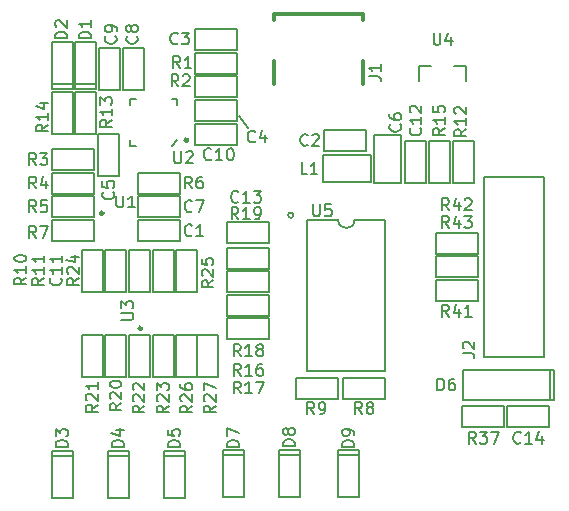
<source format=gto>
G04 #@! TF.FileFunction,Legend,Top*
%FSLAX46Y46*%
G04 Gerber Fmt 4.6, Leading zero omitted, Abs format (unit mm)*
G04 Created by KiCad (PCBNEW 4.0.7) date 03/21/18 23:37:41*
%MOMM*%
%LPD*%
G01*
G04 APERTURE LIST*
%ADD10C,0.101600*%
%ADD11C,0.200000*%
%ADD12C,0.203200*%
%ADD13C,0.300000*%
%ADD14C,0.150000*%
G04 APERTURE END LIST*
D10*
D11*
X157000000Y-44750000D02*
X156250000Y-43750000D01*
D12*
X142361000Y-45278000D02*
X142361000Y-41722000D01*
X142361000Y-41722000D02*
X144139000Y-41722000D01*
X144139000Y-41722000D02*
X144139000Y-45278000D01*
X144139000Y-45278000D02*
X142361000Y-45278000D01*
X140361000Y-45278000D02*
X140361000Y-41722000D01*
X140361000Y-41722000D02*
X142139000Y-41722000D01*
X142139000Y-41722000D02*
X142139000Y-45278000D01*
X142139000Y-45278000D02*
X140361000Y-45278000D01*
X151178000Y-54339000D02*
X147622000Y-54339000D01*
X147622000Y-54339000D02*
X147622000Y-52561000D01*
X147622000Y-52561000D02*
X151178000Y-52561000D01*
X151178000Y-52561000D02*
X151178000Y-54339000D01*
X166978000Y-46689000D02*
X163422000Y-46689000D01*
X163422000Y-46689000D02*
X163422000Y-44911000D01*
X163422000Y-44911000D02*
X166978000Y-44911000D01*
X166978000Y-44911000D02*
X166978000Y-46689000D01*
X152472000Y-36361000D02*
X156028000Y-36361000D01*
X156028000Y-36361000D02*
X156028000Y-38139000D01*
X156028000Y-38139000D02*
X152472000Y-38139000D01*
X152472000Y-38139000D02*
X152472000Y-36361000D01*
X156028000Y-44139000D02*
X152472000Y-44139000D01*
X152472000Y-44139000D02*
X152472000Y-42361000D01*
X152472000Y-42361000D02*
X156028000Y-42361000D01*
X156028000Y-42361000D02*
X156028000Y-44139000D01*
X144311000Y-48803000D02*
X144311000Y-45247000D01*
X144311000Y-45247000D02*
X146089000Y-45247000D01*
X146089000Y-45247000D02*
X146089000Y-48803000D01*
X146089000Y-48803000D02*
X144311000Y-48803000D01*
X169943000Y-45368000D02*
X169943000Y-49432000D01*
X169943000Y-49432000D02*
X167657000Y-49432000D01*
X167657000Y-49432000D02*
X167657000Y-45368000D01*
X167657000Y-45368000D02*
X169943000Y-45368000D01*
X151178000Y-52289000D02*
X147622000Y-52289000D01*
X147622000Y-52289000D02*
X147622000Y-50511000D01*
X147622000Y-50511000D02*
X151178000Y-50511000D01*
X151178000Y-50511000D02*
X151178000Y-52289000D01*
X148139000Y-37972000D02*
X148139000Y-41528000D01*
X148139000Y-41528000D02*
X146361000Y-41528000D01*
X146361000Y-41528000D02*
X146361000Y-37972000D01*
X146361000Y-37972000D02*
X148139000Y-37972000D01*
X146139000Y-37972000D02*
X146139000Y-41528000D01*
X146139000Y-41528000D02*
X144361000Y-41528000D01*
X144361000Y-41528000D02*
X144361000Y-37972000D01*
X144361000Y-37972000D02*
X146139000Y-37972000D01*
X156028000Y-46139000D02*
X152472000Y-46139000D01*
X152472000Y-46139000D02*
X152472000Y-44361000D01*
X152472000Y-44361000D02*
X156028000Y-44361000D01*
X156028000Y-44361000D02*
X156028000Y-46139000D01*
X146911000Y-58578000D02*
X146911000Y-55022000D01*
X146911000Y-55022000D02*
X148689000Y-55022000D01*
X148689000Y-55022000D02*
X148689000Y-58578000D01*
X148689000Y-58578000D02*
X146911000Y-58578000D01*
X172089000Y-45822000D02*
X172089000Y-49378000D01*
X172089000Y-49378000D02*
X170311000Y-49378000D01*
X170311000Y-49378000D02*
X170311000Y-45822000D01*
X170311000Y-45822000D02*
X172089000Y-45822000D01*
X155222000Y-52711000D02*
X158778000Y-52711000D01*
X158778000Y-52711000D02*
X158778000Y-54489000D01*
X158778000Y-54489000D02*
X155222000Y-54489000D01*
X155222000Y-54489000D02*
X155222000Y-52711000D01*
X178930200Y-68285600D02*
X182486200Y-68285600D01*
X182486200Y-68285600D02*
X182486200Y-70063600D01*
X182486200Y-70063600D02*
X178930200Y-70063600D01*
X178930200Y-70063600D02*
X178930200Y-68285600D01*
X144139000Y-41028000D02*
X144139000Y-41409000D01*
X144139000Y-41409000D02*
X142361000Y-41409000D01*
X142361000Y-41409000D02*
X142361000Y-41028000D01*
X144139000Y-37472000D02*
X144139000Y-41028000D01*
X144139000Y-41028000D02*
X142361000Y-41028000D01*
X142361000Y-41028000D02*
X142361000Y-37472000D01*
X142361000Y-37472000D02*
X144139000Y-37472000D01*
X142139000Y-41028000D02*
X142139000Y-41409000D01*
X142139000Y-41409000D02*
X140361000Y-41409000D01*
X140361000Y-41409000D02*
X140361000Y-41028000D01*
X142139000Y-37472000D02*
X142139000Y-41028000D01*
X142139000Y-41028000D02*
X140361000Y-41028000D01*
X140361000Y-41028000D02*
X140361000Y-37472000D01*
X140361000Y-37472000D02*
X142139000Y-37472000D01*
X140361000Y-72472000D02*
X140361000Y-72091000D01*
X140361000Y-72091000D02*
X142139000Y-72091000D01*
X142139000Y-72091000D02*
X142139000Y-72472000D01*
X140361000Y-76028000D02*
X140361000Y-72472000D01*
X140361000Y-72472000D02*
X142139000Y-72472000D01*
X142139000Y-72472000D02*
X142139000Y-76028000D01*
X142139000Y-76028000D02*
X140361000Y-76028000D01*
X145111000Y-72472000D02*
X145111000Y-72091000D01*
X145111000Y-72091000D02*
X146889000Y-72091000D01*
X146889000Y-72091000D02*
X146889000Y-72472000D01*
X145111000Y-76028000D02*
X145111000Y-72472000D01*
X145111000Y-72472000D02*
X146889000Y-72472000D01*
X146889000Y-72472000D02*
X146889000Y-76028000D01*
X146889000Y-76028000D02*
X145111000Y-76028000D01*
X149861000Y-72472000D02*
X149861000Y-72091000D01*
X149861000Y-72091000D02*
X151639000Y-72091000D01*
X151639000Y-72091000D02*
X151639000Y-72472000D01*
X149861000Y-76028000D02*
X149861000Y-72472000D01*
X149861000Y-72472000D02*
X151639000Y-72472000D01*
X151639000Y-72472000D02*
X151639000Y-76028000D01*
X151639000Y-76028000D02*
X149861000Y-76028000D01*
X182541200Y-65204600D02*
X182922200Y-65204600D01*
X182922200Y-65204600D02*
X182922200Y-67744600D01*
X182922200Y-67744600D02*
X182541200Y-67744600D01*
X175175200Y-65204600D02*
X182541200Y-65204600D01*
X182541200Y-65204600D02*
X182541200Y-67744600D01*
X182541200Y-67744600D02*
X175175200Y-67744600D01*
X175175200Y-67744600D02*
X175175200Y-65204600D01*
X154861000Y-72397000D02*
X154861000Y-72016000D01*
X154861000Y-72016000D02*
X156639000Y-72016000D01*
X156639000Y-72016000D02*
X156639000Y-72397000D01*
X154861000Y-75953000D02*
X154861000Y-72397000D01*
X154861000Y-72397000D02*
X156639000Y-72397000D01*
X156639000Y-72397000D02*
X156639000Y-75953000D01*
X156639000Y-75953000D02*
X154861000Y-75953000D01*
X159611000Y-72397000D02*
X159611000Y-72016000D01*
X159611000Y-72016000D02*
X161389000Y-72016000D01*
X161389000Y-72016000D02*
X161389000Y-72397000D01*
X159611000Y-75953000D02*
X159611000Y-72397000D01*
X159611000Y-72397000D02*
X161389000Y-72397000D01*
X161389000Y-72397000D02*
X161389000Y-75953000D01*
X161389000Y-75953000D02*
X159611000Y-75953000D01*
X164611000Y-72397000D02*
X164611000Y-72016000D01*
X164611000Y-72016000D02*
X166389000Y-72016000D01*
X166389000Y-72016000D02*
X166389000Y-72397000D01*
X164611000Y-75953000D02*
X164611000Y-72397000D01*
X164611000Y-72397000D02*
X166389000Y-72397000D01*
X166389000Y-72397000D02*
X166389000Y-75953000D01*
X166389000Y-75953000D02*
X164611000Y-75953000D01*
D13*
X159200000Y-35050000D02*
X159200000Y-35550000D01*
X166700000Y-35050000D02*
X159200000Y-35050000D01*
X166700000Y-35550000D02*
X166700000Y-35050000D01*
X159200000Y-39050000D02*
X159200000Y-41050000D01*
X166700000Y-39050000D02*
X166700000Y-41050000D01*
D12*
X179500000Y-64120000D02*
X176960000Y-64120000D01*
X176960000Y-64120000D02*
X176960000Y-48880000D01*
X176960000Y-48880000D02*
X182040000Y-48880000D01*
X182040000Y-48880000D02*
X182040000Y-64120000D01*
X182040000Y-64120000D02*
X179500000Y-64120000D01*
X167432000Y-49343000D02*
X163368000Y-49343000D01*
X163368000Y-49343000D02*
X163368000Y-47057000D01*
X163368000Y-47057000D02*
X167432000Y-47057000D01*
X167432000Y-47057000D02*
X167432000Y-49343000D01*
X156028000Y-40139000D02*
X152472000Y-40139000D01*
X152472000Y-40139000D02*
X152472000Y-38361000D01*
X152472000Y-38361000D02*
X156028000Y-38361000D01*
X156028000Y-38361000D02*
X156028000Y-40139000D01*
X156028000Y-42139000D02*
X152472000Y-42139000D01*
X152472000Y-42139000D02*
X152472000Y-40361000D01*
X152472000Y-40361000D02*
X156028000Y-40361000D01*
X156028000Y-40361000D02*
X156028000Y-42139000D01*
X143978000Y-48289000D02*
X140422000Y-48289000D01*
X140422000Y-48289000D02*
X140422000Y-46511000D01*
X140422000Y-46511000D02*
X143978000Y-46511000D01*
X143978000Y-46511000D02*
X143978000Y-48289000D01*
X143978000Y-50289000D02*
X140422000Y-50289000D01*
X140422000Y-50289000D02*
X140422000Y-48511000D01*
X140422000Y-48511000D02*
X143978000Y-48511000D01*
X143978000Y-48511000D02*
X143978000Y-50289000D01*
X143978000Y-52289000D02*
X140422000Y-52289000D01*
X140422000Y-52289000D02*
X140422000Y-50511000D01*
X140422000Y-50511000D02*
X143978000Y-50511000D01*
X143978000Y-50511000D02*
X143978000Y-52289000D01*
X147622000Y-48511000D02*
X151178000Y-48511000D01*
X151178000Y-48511000D02*
X151178000Y-50289000D01*
X151178000Y-50289000D02*
X147622000Y-50289000D01*
X147622000Y-50289000D02*
X147622000Y-48511000D01*
X143978000Y-54289000D02*
X140422000Y-54289000D01*
X140422000Y-54289000D02*
X140422000Y-52511000D01*
X140422000Y-52511000D02*
X143978000Y-52511000D01*
X143978000Y-52511000D02*
X143978000Y-54289000D01*
X168578000Y-67689000D02*
X165022000Y-67689000D01*
X165022000Y-67689000D02*
X165022000Y-65911000D01*
X165022000Y-65911000D02*
X168578000Y-65911000D01*
X168578000Y-65911000D02*
X168578000Y-67689000D01*
X161022000Y-65911000D02*
X164578000Y-65911000D01*
X164578000Y-65911000D02*
X164578000Y-67689000D01*
X164578000Y-67689000D02*
X161022000Y-67689000D01*
X161022000Y-67689000D02*
X161022000Y-65911000D01*
X142911000Y-58578000D02*
X142911000Y-55022000D01*
X142911000Y-55022000D02*
X144689000Y-55022000D01*
X144689000Y-55022000D02*
X144689000Y-58578000D01*
X144689000Y-58578000D02*
X142911000Y-58578000D01*
X144911000Y-58578000D02*
X144911000Y-55022000D01*
X144911000Y-55022000D02*
X146689000Y-55022000D01*
X146689000Y-55022000D02*
X146689000Y-58578000D01*
X146689000Y-58578000D02*
X144911000Y-58578000D01*
X174311000Y-49378000D02*
X174311000Y-45822000D01*
X174311000Y-45822000D02*
X176089000Y-45822000D01*
X176089000Y-45822000D02*
X176089000Y-49378000D01*
X176089000Y-49378000D02*
X174311000Y-49378000D01*
X172311000Y-49378000D02*
X172311000Y-45822000D01*
X172311000Y-45822000D02*
X174089000Y-45822000D01*
X174089000Y-45822000D02*
X174089000Y-49378000D01*
X174089000Y-49378000D02*
X172311000Y-49378000D01*
X155222000Y-58861000D02*
X158778000Y-58861000D01*
X158778000Y-58861000D02*
X158778000Y-60639000D01*
X158778000Y-60639000D02*
X155222000Y-60639000D01*
X155222000Y-60639000D02*
X155222000Y-58861000D01*
X155222000Y-60861000D02*
X158778000Y-60861000D01*
X158778000Y-60861000D02*
X158778000Y-62639000D01*
X158778000Y-62639000D02*
X155222000Y-62639000D01*
X155222000Y-62639000D02*
X155222000Y-60861000D01*
X155222000Y-56861000D02*
X158778000Y-56861000D01*
X158778000Y-56861000D02*
X158778000Y-58639000D01*
X158778000Y-58639000D02*
X155222000Y-58639000D01*
X155222000Y-58639000D02*
X155222000Y-56861000D01*
X155222000Y-54861000D02*
X158778000Y-54861000D01*
X158778000Y-54861000D02*
X158778000Y-56639000D01*
X158778000Y-56639000D02*
X155222000Y-56639000D01*
X155222000Y-56639000D02*
X155222000Y-54861000D01*
X146689000Y-62222000D02*
X146689000Y-65778000D01*
X146689000Y-65778000D02*
X144911000Y-65778000D01*
X144911000Y-65778000D02*
X144911000Y-62222000D01*
X144911000Y-62222000D02*
X146689000Y-62222000D01*
X144689000Y-62247000D02*
X144689000Y-65803000D01*
X144689000Y-65803000D02*
X142911000Y-65803000D01*
X142911000Y-65803000D02*
X142911000Y-62247000D01*
X142911000Y-62247000D02*
X144689000Y-62247000D01*
X148689000Y-62222000D02*
X148689000Y-65778000D01*
X148689000Y-65778000D02*
X146911000Y-65778000D01*
X146911000Y-65778000D02*
X146911000Y-62222000D01*
X146911000Y-62222000D02*
X148689000Y-62222000D01*
X150689000Y-62222000D02*
X150689000Y-65778000D01*
X150689000Y-65778000D02*
X148911000Y-65778000D01*
X148911000Y-65778000D02*
X148911000Y-62222000D01*
X148911000Y-62222000D02*
X150689000Y-62222000D01*
X148911000Y-58578000D02*
X148911000Y-55022000D01*
X148911000Y-55022000D02*
X150689000Y-55022000D01*
X150689000Y-55022000D02*
X150689000Y-58578000D01*
X150689000Y-58578000D02*
X148911000Y-58578000D01*
X150911000Y-58578000D02*
X150911000Y-55022000D01*
X150911000Y-55022000D02*
X152689000Y-55022000D01*
X152689000Y-55022000D02*
X152689000Y-58578000D01*
X152689000Y-58578000D02*
X150911000Y-58578000D01*
X152689000Y-62222000D02*
X152689000Y-65778000D01*
X152689000Y-65778000D02*
X150911000Y-65778000D01*
X150911000Y-65778000D02*
X150911000Y-62222000D01*
X150911000Y-62222000D02*
X152689000Y-62222000D01*
X154468400Y-62222000D02*
X154468400Y-65778000D01*
X154468400Y-65778000D02*
X152690400Y-65778000D01*
X152690400Y-65778000D02*
X152690400Y-62222000D01*
X152690400Y-62222000D02*
X154468400Y-62222000D01*
X178686200Y-70063600D02*
X175130200Y-70063600D01*
X175130200Y-70063600D02*
X175130200Y-68285600D01*
X175130200Y-68285600D02*
X178686200Y-68285600D01*
X178686200Y-68285600D02*
X178686200Y-70063600D01*
X172861000Y-57611000D02*
X176417000Y-57611000D01*
X176417000Y-57611000D02*
X176417000Y-59389000D01*
X176417000Y-59389000D02*
X172861000Y-59389000D01*
X172861000Y-59389000D02*
X172861000Y-57611000D01*
X172861000Y-53611000D02*
X176417000Y-53611000D01*
X176417000Y-53611000D02*
X176417000Y-55389000D01*
X176417000Y-55389000D02*
X172861000Y-55389000D01*
X172861000Y-55389000D02*
X172861000Y-53611000D01*
X172861000Y-55611000D02*
X176417000Y-55611000D01*
X176417000Y-55611000D02*
X176417000Y-57389000D01*
X176417000Y-57389000D02*
X172861000Y-57389000D01*
X172861000Y-57389000D02*
X172861000Y-55611000D01*
D13*
X144700000Y-51950000D02*
G75*
G03X144700000Y-51950000I-100000J0D01*
G01*
X151850000Y-45750000D02*
G75*
G03X151850000Y-45750000I-100000J0D01*
G01*
D14*
X151000000Y-45750000D02*
X150500000Y-46250000D01*
X151000000Y-42250000D02*
X151000000Y-42750000D01*
X150500000Y-42250000D02*
X151000000Y-42250000D01*
X147000000Y-42250000D02*
X147500000Y-42250000D01*
X147000000Y-42750000D02*
X147000000Y-42250000D01*
X147000000Y-46250000D02*
X147000000Y-45750000D01*
X147500000Y-46250000D02*
X147000000Y-46250000D01*
D13*
X147950000Y-61700000D02*
G75*
G03X147950000Y-61700000I-100000J0D01*
G01*
D12*
X172450000Y-39500000D02*
X171450000Y-39500000D01*
X171450000Y-39500000D02*
X171450000Y-40750000D01*
X174450000Y-39500000D02*
X175450000Y-39500000D01*
X175450000Y-39500000D02*
X175450000Y-40750000D01*
X160823607Y-52110000D02*
G75*
G03X160823607Y-52110000I-223607J0D01*
G01*
X166000000Y-52510000D02*
X168600000Y-52510000D01*
X164600000Y-52510000D02*
X162000000Y-52510000D01*
X164600000Y-52510000D02*
G75*
G03X166000000Y-52510000I700000J0D01*
G01*
X168600000Y-52510000D02*
X168600000Y-65310000D01*
X168600000Y-65310000D02*
X162000000Y-65310000D01*
X162000000Y-65310000D02*
X162000000Y-52510000D01*
D14*
X145452381Y-44042857D02*
X144976190Y-44376191D01*
X145452381Y-44614286D02*
X144452381Y-44614286D01*
X144452381Y-44233333D01*
X144500000Y-44138095D01*
X144547619Y-44090476D01*
X144642857Y-44042857D01*
X144785714Y-44042857D01*
X144880952Y-44090476D01*
X144928571Y-44138095D01*
X144976190Y-44233333D01*
X144976190Y-44614286D01*
X145452381Y-43090476D02*
X145452381Y-43661905D01*
X145452381Y-43376191D02*
X144452381Y-43376191D01*
X144595238Y-43471429D01*
X144690476Y-43566667D01*
X144738095Y-43661905D01*
X144452381Y-42757143D02*
X144452381Y-42138095D01*
X144833333Y-42471429D01*
X144833333Y-42328571D01*
X144880952Y-42233333D01*
X144928571Y-42185714D01*
X145023810Y-42138095D01*
X145261905Y-42138095D01*
X145357143Y-42185714D01*
X145404762Y-42233333D01*
X145452381Y-42328571D01*
X145452381Y-42614286D01*
X145404762Y-42709524D01*
X145357143Y-42757143D01*
X140052381Y-44442857D02*
X139576190Y-44776191D01*
X140052381Y-45014286D02*
X139052381Y-45014286D01*
X139052381Y-44633333D01*
X139100000Y-44538095D01*
X139147619Y-44490476D01*
X139242857Y-44442857D01*
X139385714Y-44442857D01*
X139480952Y-44490476D01*
X139528571Y-44538095D01*
X139576190Y-44633333D01*
X139576190Y-45014286D01*
X140052381Y-43490476D02*
X140052381Y-44061905D01*
X140052381Y-43776191D02*
X139052381Y-43776191D01*
X139195238Y-43871429D01*
X139290476Y-43966667D01*
X139338095Y-44061905D01*
X139385714Y-42633333D02*
X140052381Y-42633333D01*
X139004762Y-42871429D02*
X139719048Y-43109524D01*
X139719048Y-42490476D01*
X152233334Y-53807143D02*
X152185715Y-53854762D01*
X152042858Y-53902381D01*
X151947620Y-53902381D01*
X151804762Y-53854762D01*
X151709524Y-53759524D01*
X151661905Y-53664286D01*
X151614286Y-53473810D01*
X151614286Y-53330952D01*
X151661905Y-53140476D01*
X151709524Y-53045238D01*
X151804762Y-52950000D01*
X151947620Y-52902381D01*
X152042858Y-52902381D01*
X152185715Y-52950000D01*
X152233334Y-52997619D01*
X153185715Y-53902381D02*
X152614286Y-53902381D01*
X152900000Y-53902381D02*
X152900000Y-52902381D01*
X152804762Y-53045238D01*
X152709524Y-53140476D01*
X152614286Y-53188095D01*
X162033334Y-46157143D02*
X161985715Y-46204762D01*
X161842858Y-46252381D01*
X161747620Y-46252381D01*
X161604762Y-46204762D01*
X161509524Y-46109524D01*
X161461905Y-46014286D01*
X161414286Y-45823810D01*
X161414286Y-45680952D01*
X161461905Y-45490476D01*
X161509524Y-45395238D01*
X161604762Y-45300000D01*
X161747620Y-45252381D01*
X161842858Y-45252381D01*
X161985715Y-45300000D01*
X162033334Y-45347619D01*
X162414286Y-45347619D02*
X162461905Y-45300000D01*
X162557143Y-45252381D01*
X162795239Y-45252381D01*
X162890477Y-45300000D01*
X162938096Y-45347619D01*
X162985715Y-45442857D01*
X162985715Y-45538095D01*
X162938096Y-45680952D01*
X162366667Y-46252381D01*
X162985715Y-46252381D01*
X151033334Y-37557143D02*
X150985715Y-37604762D01*
X150842858Y-37652381D01*
X150747620Y-37652381D01*
X150604762Y-37604762D01*
X150509524Y-37509524D01*
X150461905Y-37414286D01*
X150414286Y-37223810D01*
X150414286Y-37080952D01*
X150461905Y-36890476D01*
X150509524Y-36795238D01*
X150604762Y-36700000D01*
X150747620Y-36652381D01*
X150842858Y-36652381D01*
X150985715Y-36700000D01*
X151033334Y-36747619D01*
X151366667Y-36652381D02*
X151985715Y-36652381D01*
X151652381Y-37033333D01*
X151795239Y-37033333D01*
X151890477Y-37080952D01*
X151938096Y-37128571D01*
X151985715Y-37223810D01*
X151985715Y-37461905D01*
X151938096Y-37557143D01*
X151890477Y-37604762D01*
X151795239Y-37652381D01*
X151509524Y-37652381D01*
X151414286Y-37604762D01*
X151366667Y-37557143D01*
X157583334Y-45857143D02*
X157535715Y-45904762D01*
X157392858Y-45952381D01*
X157297620Y-45952381D01*
X157154762Y-45904762D01*
X157059524Y-45809524D01*
X157011905Y-45714286D01*
X156964286Y-45523810D01*
X156964286Y-45380952D01*
X157011905Y-45190476D01*
X157059524Y-45095238D01*
X157154762Y-45000000D01*
X157297620Y-44952381D01*
X157392858Y-44952381D01*
X157535715Y-45000000D01*
X157583334Y-45047619D01*
X158440477Y-45285714D02*
X158440477Y-45952381D01*
X158202381Y-44904762D02*
X157964286Y-45619048D01*
X158583334Y-45619048D01*
X145557143Y-50166666D02*
X145604762Y-50214285D01*
X145652381Y-50357142D01*
X145652381Y-50452380D01*
X145604762Y-50595238D01*
X145509524Y-50690476D01*
X145414286Y-50738095D01*
X145223810Y-50785714D01*
X145080952Y-50785714D01*
X144890476Y-50738095D01*
X144795238Y-50690476D01*
X144700000Y-50595238D01*
X144652381Y-50452380D01*
X144652381Y-50357142D01*
X144700000Y-50214285D01*
X144747619Y-50166666D01*
X144652381Y-49261904D02*
X144652381Y-49738095D01*
X145128571Y-49785714D01*
X145080952Y-49738095D01*
X145033333Y-49642857D01*
X145033333Y-49404761D01*
X145080952Y-49309523D01*
X145128571Y-49261904D01*
X145223810Y-49214285D01*
X145461905Y-49214285D01*
X145557143Y-49261904D01*
X145604762Y-49309523D01*
X145652381Y-49404761D01*
X145652381Y-49642857D01*
X145604762Y-49738095D01*
X145557143Y-49785714D01*
X169857143Y-44416666D02*
X169904762Y-44464285D01*
X169952381Y-44607142D01*
X169952381Y-44702380D01*
X169904762Y-44845238D01*
X169809524Y-44940476D01*
X169714286Y-44988095D01*
X169523810Y-45035714D01*
X169380952Y-45035714D01*
X169190476Y-44988095D01*
X169095238Y-44940476D01*
X169000000Y-44845238D01*
X168952381Y-44702380D01*
X168952381Y-44607142D01*
X169000000Y-44464285D01*
X169047619Y-44416666D01*
X168952381Y-43559523D02*
X168952381Y-43750000D01*
X169000000Y-43845238D01*
X169047619Y-43892857D01*
X169190476Y-43988095D01*
X169380952Y-44035714D01*
X169761905Y-44035714D01*
X169857143Y-43988095D01*
X169904762Y-43940476D01*
X169952381Y-43845238D01*
X169952381Y-43654761D01*
X169904762Y-43559523D01*
X169857143Y-43511904D01*
X169761905Y-43464285D01*
X169523810Y-43464285D01*
X169428571Y-43511904D01*
X169380952Y-43559523D01*
X169333333Y-43654761D01*
X169333333Y-43845238D01*
X169380952Y-43940476D01*
X169428571Y-43988095D01*
X169523810Y-44035714D01*
X152233334Y-51757143D02*
X152185715Y-51804762D01*
X152042858Y-51852381D01*
X151947620Y-51852381D01*
X151804762Y-51804762D01*
X151709524Y-51709524D01*
X151661905Y-51614286D01*
X151614286Y-51423810D01*
X151614286Y-51280952D01*
X151661905Y-51090476D01*
X151709524Y-50995238D01*
X151804762Y-50900000D01*
X151947620Y-50852381D01*
X152042858Y-50852381D01*
X152185715Y-50900000D01*
X152233334Y-50947619D01*
X152566667Y-50852381D02*
X153233334Y-50852381D01*
X152804762Y-51852381D01*
X147557143Y-36966666D02*
X147604762Y-37014285D01*
X147652381Y-37157142D01*
X147652381Y-37252380D01*
X147604762Y-37395238D01*
X147509524Y-37490476D01*
X147414286Y-37538095D01*
X147223810Y-37585714D01*
X147080952Y-37585714D01*
X146890476Y-37538095D01*
X146795238Y-37490476D01*
X146700000Y-37395238D01*
X146652381Y-37252380D01*
X146652381Y-37157142D01*
X146700000Y-37014285D01*
X146747619Y-36966666D01*
X147080952Y-36395238D02*
X147033333Y-36490476D01*
X146985714Y-36538095D01*
X146890476Y-36585714D01*
X146842857Y-36585714D01*
X146747619Y-36538095D01*
X146700000Y-36490476D01*
X146652381Y-36395238D01*
X146652381Y-36204761D01*
X146700000Y-36109523D01*
X146747619Y-36061904D01*
X146842857Y-36014285D01*
X146890476Y-36014285D01*
X146985714Y-36061904D01*
X147033333Y-36109523D01*
X147080952Y-36204761D01*
X147080952Y-36395238D01*
X147128571Y-36490476D01*
X147176190Y-36538095D01*
X147271429Y-36585714D01*
X147461905Y-36585714D01*
X147557143Y-36538095D01*
X147604762Y-36490476D01*
X147652381Y-36395238D01*
X147652381Y-36204761D01*
X147604762Y-36109523D01*
X147557143Y-36061904D01*
X147461905Y-36014285D01*
X147271429Y-36014285D01*
X147176190Y-36061904D01*
X147128571Y-36109523D01*
X147080952Y-36204761D01*
X145757143Y-36966666D02*
X145804762Y-37014285D01*
X145852381Y-37157142D01*
X145852381Y-37252380D01*
X145804762Y-37395238D01*
X145709524Y-37490476D01*
X145614286Y-37538095D01*
X145423810Y-37585714D01*
X145280952Y-37585714D01*
X145090476Y-37538095D01*
X144995238Y-37490476D01*
X144900000Y-37395238D01*
X144852381Y-37252380D01*
X144852381Y-37157142D01*
X144900000Y-37014285D01*
X144947619Y-36966666D01*
X145852381Y-36490476D02*
X145852381Y-36300000D01*
X145804762Y-36204761D01*
X145757143Y-36157142D01*
X145614286Y-36061904D01*
X145423810Y-36014285D01*
X145042857Y-36014285D01*
X144947619Y-36061904D01*
X144900000Y-36109523D01*
X144852381Y-36204761D01*
X144852381Y-36395238D01*
X144900000Y-36490476D01*
X144947619Y-36538095D01*
X145042857Y-36585714D01*
X145280952Y-36585714D01*
X145376190Y-36538095D01*
X145423810Y-36490476D01*
X145471429Y-36395238D01*
X145471429Y-36204761D01*
X145423810Y-36109523D01*
X145376190Y-36061904D01*
X145280952Y-36014285D01*
X153857143Y-47357143D02*
X153809524Y-47404762D01*
X153666667Y-47452381D01*
X153571429Y-47452381D01*
X153428571Y-47404762D01*
X153333333Y-47309524D01*
X153285714Y-47214286D01*
X153238095Y-47023810D01*
X153238095Y-46880952D01*
X153285714Y-46690476D01*
X153333333Y-46595238D01*
X153428571Y-46500000D01*
X153571429Y-46452381D01*
X153666667Y-46452381D01*
X153809524Y-46500000D01*
X153857143Y-46547619D01*
X154809524Y-47452381D02*
X154238095Y-47452381D01*
X154523809Y-47452381D02*
X154523809Y-46452381D01*
X154428571Y-46595238D01*
X154333333Y-46690476D01*
X154238095Y-46738095D01*
X155428571Y-46452381D02*
X155523810Y-46452381D01*
X155619048Y-46500000D01*
X155666667Y-46547619D01*
X155714286Y-46642857D01*
X155761905Y-46833333D01*
X155761905Y-47071429D01*
X155714286Y-47261905D01*
X155666667Y-47357143D01*
X155619048Y-47404762D01*
X155523810Y-47452381D01*
X155428571Y-47452381D01*
X155333333Y-47404762D01*
X155285714Y-47357143D01*
X155238095Y-47261905D01*
X155190476Y-47071429D01*
X155190476Y-46833333D01*
X155238095Y-46642857D01*
X155285714Y-46547619D01*
X155333333Y-46500000D01*
X155428571Y-46452381D01*
X141107143Y-57442857D02*
X141154762Y-57490476D01*
X141202381Y-57633333D01*
X141202381Y-57728571D01*
X141154762Y-57871429D01*
X141059524Y-57966667D01*
X140964286Y-58014286D01*
X140773810Y-58061905D01*
X140630952Y-58061905D01*
X140440476Y-58014286D01*
X140345238Y-57966667D01*
X140250000Y-57871429D01*
X140202381Y-57728571D01*
X140202381Y-57633333D01*
X140250000Y-57490476D01*
X140297619Y-57442857D01*
X141202381Y-56490476D02*
X141202381Y-57061905D01*
X141202381Y-56776191D02*
X140202381Y-56776191D01*
X140345238Y-56871429D01*
X140440476Y-56966667D01*
X140488095Y-57061905D01*
X141202381Y-55538095D02*
X141202381Y-56109524D01*
X141202381Y-55823810D02*
X140202381Y-55823810D01*
X140345238Y-55919048D01*
X140440476Y-56014286D01*
X140488095Y-56109524D01*
X171557143Y-44742857D02*
X171604762Y-44790476D01*
X171652381Y-44933333D01*
X171652381Y-45028571D01*
X171604762Y-45171429D01*
X171509524Y-45266667D01*
X171414286Y-45314286D01*
X171223810Y-45361905D01*
X171080952Y-45361905D01*
X170890476Y-45314286D01*
X170795238Y-45266667D01*
X170700000Y-45171429D01*
X170652381Y-45028571D01*
X170652381Y-44933333D01*
X170700000Y-44790476D01*
X170747619Y-44742857D01*
X171652381Y-43790476D02*
X171652381Y-44361905D01*
X171652381Y-44076191D02*
X170652381Y-44076191D01*
X170795238Y-44171429D01*
X170890476Y-44266667D01*
X170938095Y-44361905D01*
X170747619Y-43409524D02*
X170700000Y-43361905D01*
X170652381Y-43266667D01*
X170652381Y-43028571D01*
X170700000Y-42933333D01*
X170747619Y-42885714D01*
X170842857Y-42838095D01*
X170938095Y-42838095D01*
X171080952Y-42885714D01*
X171652381Y-43457143D01*
X171652381Y-42838095D01*
X156157143Y-50957143D02*
X156109524Y-51004762D01*
X155966667Y-51052381D01*
X155871429Y-51052381D01*
X155728571Y-51004762D01*
X155633333Y-50909524D01*
X155585714Y-50814286D01*
X155538095Y-50623810D01*
X155538095Y-50480952D01*
X155585714Y-50290476D01*
X155633333Y-50195238D01*
X155728571Y-50100000D01*
X155871429Y-50052381D01*
X155966667Y-50052381D01*
X156109524Y-50100000D01*
X156157143Y-50147619D01*
X157109524Y-51052381D02*
X156538095Y-51052381D01*
X156823809Y-51052381D02*
X156823809Y-50052381D01*
X156728571Y-50195238D01*
X156633333Y-50290476D01*
X156538095Y-50338095D01*
X157442857Y-50052381D02*
X158061905Y-50052381D01*
X157728571Y-50433333D01*
X157871429Y-50433333D01*
X157966667Y-50480952D01*
X158014286Y-50528571D01*
X158061905Y-50623810D01*
X158061905Y-50861905D01*
X158014286Y-50957143D01*
X157966667Y-51004762D01*
X157871429Y-51052381D01*
X157585714Y-51052381D01*
X157490476Y-51004762D01*
X157442857Y-50957143D01*
X180065343Y-71357143D02*
X180017724Y-71404762D01*
X179874867Y-71452381D01*
X179779629Y-71452381D01*
X179636771Y-71404762D01*
X179541533Y-71309524D01*
X179493914Y-71214286D01*
X179446295Y-71023810D01*
X179446295Y-70880952D01*
X179493914Y-70690476D01*
X179541533Y-70595238D01*
X179636771Y-70500000D01*
X179779629Y-70452381D01*
X179874867Y-70452381D01*
X180017724Y-70500000D01*
X180065343Y-70547619D01*
X181017724Y-71452381D02*
X180446295Y-71452381D01*
X180732009Y-71452381D02*
X180732009Y-70452381D01*
X180636771Y-70595238D01*
X180541533Y-70690476D01*
X180446295Y-70738095D01*
X181874867Y-70785714D02*
X181874867Y-71452381D01*
X181636771Y-70404762D02*
X181398676Y-71119048D01*
X182017724Y-71119048D01*
X143652381Y-37138095D02*
X142652381Y-37138095D01*
X142652381Y-36900000D01*
X142700000Y-36757142D01*
X142795238Y-36661904D01*
X142890476Y-36614285D01*
X143080952Y-36566666D01*
X143223810Y-36566666D01*
X143414286Y-36614285D01*
X143509524Y-36661904D01*
X143604762Y-36757142D01*
X143652381Y-36900000D01*
X143652381Y-37138095D01*
X143652381Y-35614285D02*
X143652381Y-36185714D01*
X143652381Y-35900000D02*
X142652381Y-35900000D01*
X142795238Y-35995238D01*
X142890476Y-36090476D01*
X142938095Y-36185714D01*
X141652381Y-37138095D02*
X140652381Y-37138095D01*
X140652381Y-36900000D01*
X140700000Y-36757142D01*
X140795238Y-36661904D01*
X140890476Y-36614285D01*
X141080952Y-36566666D01*
X141223810Y-36566666D01*
X141414286Y-36614285D01*
X141509524Y-36661904D01*
X141604762Y-36757142D01*
X141652381Y-36900000D01*
X141652381Y-37138095D01*
X140747619Y-36185714D02*
X140700000Y-36138095D01*
X140652381Y-36042857D01*
X140652381Y-35804761D01*
X140700000Y-35709523D01*
X140747619Y-35661904D01*
X140842857Y-35614285D01*
X140938095Y-35614285D01*
X141080952Y-35661904D01*
X141652381Y-36233333D01*
X141652381Y-35614285D01*
X141702381Y-71738095D02*
X140702381Y-71738095D01*
X140702381Y-71500000D01*
X140750000Y-71357142D01*
X140845238Y-71261904D01*
X140940476Y-71214285D01*
X141130952Y-71166666D01*
X141273810Y-71166666D01*
X141464286Y-71214285D01*
X141559524Y-71261904D01*
X141654762Y-71357142D01*
X141702381Y-71500000D01*
X141702381Y-71738095D01*
X140702381Y-70833333D02*
X140702381Y-70214285D01*
X141083333Y-70547619D01*
X141083333Y-70404761D01*
X141130952Y-70309523D01*
X141178571Y-70261904D01*
X141273810Y-70214285D01*
X141511905Y-70214285D01*
X141607143Y-70261904D01*
X141654762Y-70309523D01*
X141702381Y-70404761D01*
X141702381Y-70690476D01*
X141654762Y-70785714D01*
X141607143Y-70833333D01*
X146452381Y-71738095D02*
X145452381Y-71738095D01*
X145452381Y-71500000D01*
X145500000Y-71357142D01*
X145595238Y-71261904D01*
X145690476Y-71214285D01*
X145880952Y-71166666D01*
X146023810Y-71166666D01*
X146214286Y-71214285D01*
X146309524Y-71261904D01*
X146404762Y-71357142D01*
X146452381Y-71500000D01*
X146452381Y-71738095D01*
X145785714Y-70309523D02*
X146452381Y-70309523D01*
X145404762Y-70547619D02*
X146119048Y-70785714D01*
X146119048Y-70166666D01*
X151202381Y-71738095D02*
X150202381Y-71738095D01*
X150202381Y-71500000D01*
X150250000Y-71357142D01*
X150345238Y-71261904D01*
X150440476Y-71214285D01*
X150630952Y-71166666D01*
X150773810Y-71166666D01*
X150964286Y-71214285D01*
X151059524Y-71261904D01*
X151154762Y-71357142D01*
X151202381Y-71500000D01*
X151202381Y-71738095D01*
X150202381Y-70261904D02*
X150202381Y-70738095D01*
X150678571Y-70785714D01*
X150630952Y-70738095D01*
X150583333Y-70642857D01*
X150583333Y-70404761D01*
X150630952Y-70309523D01*
X150678571Y-70261904D01*
X150773810Y-70214285D01*
X151011905Y-70214285D01*
X151107143Y-70261904D01*
X151154762Y-70309523D01*
X151202381Y-70404761D01*
X151202381Y-70642857D01*
X151154762Y-70738095D01*
X151107143Y-70785714D01*
X173011905Y-66952381D02*
X173011905Y-65952381D01*
X173250000Y-65952381D01*
X173392858Y-66000000D01*
X173488096Y-66095238D01*
X173535715Y-66190476D01*
X173583334Y-66380952D01*
X173583334Y-66523810D01*
X173535715Y-66714286D01*
X173488096Y-66809524D01*
X173392858Y-66904762D01*
X173250000Y-66952381D01*
X173011905Y-66952381D01*
X174440477Y-65952381D02*
X174250000Y-65952381D01*
X174154762Y-66000000D01*
X174107143Y-66047619D01*
X174011905Y-66190476D01*
X173964286Y-66380952D01*
X173964286Y-66761905D01*
X174011905Y-66857143D01*
X174059524Y-66904762D01*
X174154762Y-66952381D01*
X174345239Y-66952381D01*
X174440477Y-66904762D01*
X174488096Y-66857143D01*
X174535715Y-66761905D01*
X174535715Y-66523810D01*
X174488096Y-66428571D01*
X174440477Y-66380952D01*
X174345239Y-66333333D01*
X174154762Y-66333333D01*
X174059524Y-66380952D01*
X174011905Y-66428571D01*
X173964286Y-66523810D01*
X156202381Y-71738095D02*
X155202381Y-71738095D01*
X155202381Y-71500000D01*
X155250000Y-71357142D01*
X155345238Y-71261904D01*
X155440476Y-71214285D01*
X155630952Y-71166666D01*
X155773810Y-71166666D01*
X155964286Y-71214285D01*
X156059524Y-71261904D01*
X156154762Y-71357142D01*
X156202381Y-71500000D01*
X156202381Y-71738095D01*
X155202381Y-70833333D02*
X155202381Y-70166666D01*
X156202381Y-70595238D01*
X160952381Y-71663095D02*
X159952381Y-71663095D01*
X159952381Y-71425000D01*
X160000000Y-71282142D01*
X160095238Y-71186904D01*
X160190476Y-71139285D01*
X160380952Y-71091666D01*
X160523810Y-71091666D01*
X160714286Y-71139285D01*
X160809524Y-71186904D01*
X160904762Y-71282142D01*
X160952381Y-71425000D01*
X160952381Y-71663095D01*
X160380952Y-70520238D02*
X160333333Y-70615476D01*
X160285714Y-70663095D01*
X160190476Y-70710714D01*
X160142857Y-70710714D01*
X160047619Y-70663095D01*
X160000000Y-70615476D01*
X159952381Y-70520238D01*
X159952381Y-70329761D01*
X160000000Y-70234523D01*
X160047619Y-70186904D01*
X160142857Y-70139285D01*
X160190476Y-70139285D01*
X160285714Y-70186904D01*
X160333333Y-70234523D01*
X160380952Y-70329761D01*
X160380952Y-70520238D01*
X160428571Y-70615476D01*
X160476190Y-70663095D01*
X160571429Y-70710714D01*
X160761905Y-70710714D01*
X160857143Y-70663095D01*
X160904762Y-70615476D01*
X160952381Y-70520238D01*
X160952381Y-70329761D01*
X160904762Y-70234523D01*
X160857143Y-70186904D01*
X160761905Y-70139285D01*
X160571429Y-70139285D01*
X160476190Y-70186904D01*
X160428571Y-70234523D01*
X160380952Y-70329761D01*
X165952381Y-71738095D02*
X164952381Y-71738095D01*
X164952381Y-71500000D01*
X165000000Y-71357142D01*
X165095238Y-71261904D01*
X165190476Y-71214285D01*
X165380952Y-71166666D01*
X165523810Y-71166666D01*
X165714286Y-71214285D01*
X165809524Y-71261904D01*
X165904762Y-71357142D01*
X165952381Y-71500000D01*
X165952381Y-71738095D01*
X165952381Y-70690476D02*
X165952381Y-70500000D01*
X165904762Y-70404761D01*
X165857143Y-70357142D01*
X165714286Y-70261904D01*
X165523810Y-70214285D01*
X165142857Y-70214285D01*
X165047619Y-70261904D01*
X165000000Y-70309523D01*
X164952381Y-70404761D01*
X164952381Y-70595238D01*
X165000000Y-70690476D01*
X165047619Y-70738095D01*
X165142857Y-70785714D01*
X165380952Y-70785714D01*
X165476190Y-70738095D01*
X165523810Y-70690476D01*
X165571429Y-70595238D01*
X165571429Y-70404761D01*
X165523810Y-70309523D01*
X165476190Y-70261904D01*
X165380952Y-70214285D01*
X167202381Y-40333333D02*
X167916667Y-40333333D01*
X168059524Y-40380953D01*
X168154762Y-40476191D01*
X168202381Y-40619048D01*
X168202381Y-40714286D01*
X168202381Y-39333333D02*
X168202381Y-39904762D01*
X168202381Y-39619048D02*
X167202381Y-39619048D01*
X167345238Y-39714286D01*
X167440476Y-39809524D01*
X167488095Y-39904762D01*
X175142381Y-63818333D02*
X175856667Y-63818333D01*
X175999524Y-63865953D01*
X176094762Y-63961191D01*
X176142381Y-64104048D01*
X176142381Y-64199286D01*
X175237619Y-63389762D02*
X175190000Y-63342143D01*
X175142381Y-63246905D01*
X175142381Y-63008809D01*
X175190000Y-62913571D01*
X175237619Y-62865952D01*
X175332857Y-62818333D01*
X175428095Y-62818333D01*
X175570952Y-62865952D01*
X176142381Y-63437381D01*
X176142381Y-62818333D01*
X161983334Y-48652381D02*
X161507143Y-48652381D01*
X161507143Y-47652381D01*
X162840477Y-48652381D02*
X162269048Y-48652381D01*
X162554762Y-48652381D02*
X162554762Y-47652381D01*
X162459524Y-47795238D01*
X162364286Y-47890476D01*
X162269048Y-47938095D01*
X151233334Y-39652381D02*
X150900000Y-39176190D01*
X150661905Y-39652381D02*
X150661905Y-38652381D01*
X151042858Y-38652381D01*
X151138096Y-38700000D01*
X151185715Y-38747619D01*
X151233334Y-38842857D01*
X151233334Y-38985714D01*
X151185715Y-39080952D01*
X151138096Y-39128571D01*
X151042858Y-39176190D01*
X150661905Y-39176190D01*
X152185715Y-39652381D02*
X151614286Y-39652381D01*
X151900000Y-39652381D02*
X151900000Y-38652381D01*
X151804762Y-38795238D01*
X151709524Y-38890476D01*
X151614286Y-38938095D01*
X151083334Y-41202381D02*
X150750000Y-40726190D01*
X150511905Y-41202381D02*
X150511905Y-40202381D01*
X150892858Y-40202381D01*
X150988096Y-40250000D01*
X151035715Y-40297619D01*
X151083334Y-40392857D01*
X151083334Y-40535714D01*
X151035715Y-40630952D01*
X150988096Y-40678571D01*
X150892858Y-40726190D01*
X150511905Y-40726190D01*
X151464286Y-40297619D02*
X151511905Y-40250000D01*
X151607143Y-40202381D01*
X151845239Y-40202381D01*
X151940477Y-40250000D01*
X151988096Y-40297619D01*
X152035715Y-40392857D01*
X152035715Y-40488095D01*
X151988096Y-40630952D01*
X151416667Y-41202381D01*
X152035715Y-41202381D01*
X139033334Y-47852381D02*
X138700000Y-47376190D01*
X138461905Y-47852381D02*
X138461905Y-46852381D01*
X138842858Y-46852381D01*
X138938096Y-46900000D01*
X138985715Y-46947619D01*
X139033334Y-47042857D01*
X139033334Y-47185714D01*
X138985715Y-47280952D01*
X138938096Y-47328571D01*
X138842858Y-47376190D01*
X138461905Y-47376190D01*
X139366667Y-46852381D02*
X139985715Y-46852381D01*
X139652381Y-47233333D01*
X139795239Y-47233333D01*
X139890477Y-47280952D01*
X139938096Y-47328571D01*
X139985715Y-47423810D01*
X139985715Y-47661905D01*
X139938096Y-47757143D01*
X139890477Y-47804762D01*
X139795239Y-47852381D01*
X139509524Y-47852381D01*
X139414286Y-47804762D01*
X139366667Y-47757143D01*
X139033334Y-49852381D02*
X138700000Y-49376190D01*
X138461905Y-49852381D02*
X138461905Y-48852381D01*
X138842858Y-48852381D01*
X138938096Y-48900000D01*
X138985715Y-48947619D01*
X139033334Y-49042857D01*
X139033334Y-49185714D01*
X138985715Y-49280952D01*
X138938096Y-49328571D01*
X138842858Y-49376190D01*
X138461905Y-49376190D01*
X139890477Y-49185714D02*
X139890477Y-49852381D01*
X139652381Y-48804762D02*
X139414286Y-49519048D01*
X140033334Y-49519048D01*
X139033334Y-51852381D02*
X138700000Y-51376190D01*
X138461905Y-51852381D02*
X138461905Y-50852381D01*
X138842858Y-50852381D01*
X138938096Y-50900000D01*
X138985715Y-50947619D01*
X139033334Y-51042857D01*
X139033334Y-51185714D01*
X138985715Y-51280952D01*
X138938096Y-51328571D01*
X138842858Y-51376190D01*
X138461905Y-51376190D01*
X139938096Y-50852381D02*
X139461905Y-50852381D01*
X139414286Y-51328571D01*
X139461905Y-51280952D01*
X139557143Y-51233333D01*
X139795239Y-51233333D01*
X139890477Y-51280952D01*
X139938096Y-51328571D01*
X139985715Y-51423810D01*
X139985715Y-51661905D01*
X139938096Y-51757143D01*
X139890477Y-51804762D01*
X139795239Y-51852381D01*
X139557143Y-51852381D01*
X139461905Y-51804762D01*
X139414286Y-51757143D01*
X152233334Y-49852381D02*
X151900000Y-49376190D01*
X151661905Y-49852381D02*
X151661905Y-48852381D01*
X152042858Y-48852381D01*
X152138096Y-48900000D01*
X152185715Y-48947619D01*
X152233334Y-49042857D01*
X152233334Y-49185714D01*
X152185715Y-49280952D01*
X152138096Y-49328571D01*
X152042858Y-49376190D01*
X151661905Y-49376190D01*
X153090477Y-48852381D02*
X152900000Y-48852381D01*
X152804762Y-48900000D01*
X152757143Y-48947619D01*
X152661905Y-49090476D01*
X152614286Y-49280952D01*
X152614286Y-49661905D01*
X152661905Y-49757143D01*
X152709524Y-49804762D01*
X152804762Y-49852381D01*
X152995239Y-49852381D01*
X153090477Y-49804762D01*
X153138096Y-49757143D01*
X153185715Y-49661905D01*
X153185715Y-49423810D01*
X153138096Y-49328571D01*
X153090477Y-49280952D01*
X152995239Y-49233333D01*
X152804762Y-49233333D01*
X152709524Y-49280952D01*
X152661905Y-49328571D01*
X152614286Y-49423810D01*
X139033334Y-54052381D02*
X138700000Y-53576190D01*
X138461905Y-54052381D02*
X138461905Y-53052381D01*
X138842858Y-53052381D01*
X138938096Y-53100000D01*
X138985715Y-53147619D01*
X139033334Y-53242857D01*
X139033334Y-53385714D01*
X138985715Y-53480952D01*
X138938096Y-53528571D01*
X138842858Y-53576190D01*
X138461905Y-53576190D01*
X139366667Y-53052381D02*
X140033334Y-53052381D01*
X139604762Y-54052381D01*
X166633334Y-68952381D02*
X166300000Y-68476190D01*
X166061905Y-68952381D02*
X166061905Y-67952381D01*
X166442858Y-67952381D01*
X166538096Y-68000000D01*
X166585715Y-68047619D01*
X166633334Y-68142857D01*
X166633334Y-68285714D01*
X166585715Y-68380952D01*
X166538096Y-68428571D01*
X166442858Y-68476190D01*
X166061905Y-68476190D01*
X167204762Y-68380952D02*
X167109524Y-68333333D01*
X167061905Y-68285714D01*
X167014286Y-68190476D01*
X167014286Y-68142857D01*
X167061905Y-68047619D01*
X167109524Y-68000000D01*
X167204762Y-67952381D01*
X167395239Y-67952381D01*
X167490477Y-68000000D01*
X167538096Y-68047619D01*
X167585715Y-68142857D01*
X167585715Y-68190476D01*
X167538096Y-68285714D01*
X167490477Y-68333333D01*
X167395239Y-68380952D01*
X167204762Y-68380952D01*
X167109524Y-68428571D01*
X167061905Y-68476190D01*
X167014286Y-68571429D01*
X167014286Y-68761905D01*
X167061905Y-68857143D01*
X167109524Y-68904762D01*
X167204762Y-68952381D01*
X167395239Y-68952381D01*
X167490477Y-68904762D01*
X167538096Y-68857143D01*
X167585715Y-68761905D01*
X167585715Y-68571429D01*
X167538096Y-68476190D01*
X167490477Y-68428571D01*
X167395239Y-68380952D01*
X162583334Y-68952381D02*
X162250000Y-68476190D01*
X162011905Y-68952381D02*
X162011905Y-67952381D01*
X162392858Y-67952381D01*
X162488096Y-68000000D01*
X162535715Y-68047619D01*
X162583334Y-68142857D01*
X162583334Y-68285714D01*
X162535715Y-68380952D01*
X162488096Y-68428571D01*
X162392858Y-68476190D01*
X162011905Y-68476190D01*
X163059524Y-68952381D02*
X163250000Y-68952381D01*
X163345239Y-68904762D01*
X163392858Y-68857143D01*
X163488096Y-68714286D01*
X163535715Y-68523810D01*
X163535715Y-68142857D01*
X163488096Y-68047619D01*
X163440477Y-68000000D01*
X163345239Y-67952381D01*
X163154762Y-67952381D01*
X163059524Y-68000000D01*
X163011905Y-68047619D01*
X162964286Y-68142857D01*
X162964286Y-68380952D01*
X163011905Y-68476190D01*
X163059524Y-68523810D01*
X163154762Y-68571429D01*
X163345239Y-68571429D01*
X163440477Y-68523810D01*
X163488096Y-68476190D01*
X163535715Y-68380952D01*
X138202381Y-57392857D02*
X137726190Y-57726191D01*
X138202381Y-57964286D02*
X137202381Y-57964286D01*
X137202381Y-57583333D01*
X137250000Y-57488095D01*
X137297619Y-57440476D01*
X137392857Y-57392857D01*
X137535714Y-57392857D01*
X137630952Y-57440476D01*
X137678571Y-57488095D01*
X137726190Y-57583333D01*
X137726190Y-57964286D01*
X138202381Y-56440476D02*
X138202381Y-57011905D01*
X138202381Y-56726191D02*
X137202381Y-56726191D01*
X137345238Y-56821429D01*
X137440476Y-56916667D01*
X137488095Y-57011905D01*
X137202381Y-55821429D02*
X137202381Y-55726190D01*
X137250000Y-55630952D01*
X137297619Y-55583333D01*
X137392857Y-55535714D01*
X137583333Y-55488095D01*
X137821429Y-55488095D01*
X138011905Y-55535714D01*
X138107143Y-55583333D01*
X138154762Y-55630952D01*
X138202381Y-55726190D01*
X138202381Y-55821429D01*
X138154762Y-55916667D01*
X138107143Y-55964286D01*
X138011905Y-56011905D01*
X137821429Y-56059524D01*
X137583333Y-56059524D01*
X137392857Y-56011905D01*
X137297619Y-55964286D01*
X137250000Y-55916667D01*
X137202381Y-55821429D01*
X139702381Y-57442857D02*
X139226190Y-57776191D01*
X139702381Y-58014286D02*
X138702381Y-58014286D01*
X138702381Y-57633333D01*
X138750000Y-57538095D01*
X138797619Y-57490476D01*
X138892857Y-57442857D01*
X139035714Y-57442857D01*
X139130952Y-57490476D01*
X139178571Y-57538095D01*
X139226190Y-57633333D01*
X139226190Y-58014286D01*
X139702381Y-56490476D02*
X139702381Y-57061905D01*
X139702381Y-56776191D02*
X138702381Y-56776191D01*
X138845238Y-56871429D01*
X138940476Y-56966667D01*
X138988095Y-57061905D01*
X139702381Y-55538095D02*
X139702381Y-56109524D01*
X139702381Y-55823810D02*
X138702381Y-55823810D01*
X138845238Y-55919048D01*
X138940476Y-56014286D01*
X138988095Y-56109524D01*
X175452381Y-44842857D02*
X174976190Y-45176191D01*
X175452381Y-45414286D02*
X174452381Y-45414286D01*
X174452381Y-45033333D01*
X174500000Y-44938095D01*
X174547619Y-44890476D01*
X174642857Y-44842857D01*
X174785714Y-44842857D01*
X174880952Y-44890476D01*
X174928571Y-44938095D01*
X174976190Y-45033333D01*
X174976190Y-45414286D01*
X175452381Y-43890476D02*
X175452381Y-44461905D01*
X175452381Y-44176191D02*
X174452381Y-44176191D01*
X174595238Y-44271429D01*
X174690476Y-44366667D01*
X174738095Y-44461905D01*
X174547619Y-43509524D02*
X174500000Y-43461905D01*
X174452381Y-43366667D01*
X174452381Y-43128571D01*
X174500000Y-43033333D01*
X174547619Y-42985714D01*
X174642857Y-42938095D01*
X174738095Y-42938095D01*
X174880952Y-42985714D01*
X175452381Y-43557143D01*
X175452381Y-42938095D01*
X173652381Y-44742857D02*
X173176190Y-45076191D01*
X173652381Y-45314286D02*
X172652381Y-45314286D01*
X172652381Y-44933333D01*
X172700000Y-44838095D01*
X172747619Y-44790476D01*
X172842857Y-44742857D01*
X172985714Y-44742857D01*
X173080952Y-44790476D01*
X173128571Y-44838095D01*
X173176190Y-44933333D01*
X173176190Y-45314286D01*
X173652381Y-43790476D02*
X173652381Y-44361905D01*
X173652381Y-44076191D02*
X172652381Y-44076191D01*
X172795238Y-44171429D01*
X172890476Y-44266667D01*
X172938095Y-44361905D01*
X172652381Y-42885714D02*
X172652381Y-43361905D01*
X173128571Y-43409524D01*
X173080952Y-43361905D01*
X173033333Y-43266667D01*
X173033333Y-43028571D01*
X173080952Y-42933333D01*
X173128571Y-42885714D01*
X173223810Y-42838095D01*
X173461905Y-42838095D01*
X173557143Y-42885714D01*
X173604762Y-42933333D01*
X173652381Y-43028571D01*
X173652381Y-43266667D01*
X173604762Y-43361905D01*
X173557143Y-43409524D01*
X156357143Y-65702381D02*
X156023809Y-65226190D01*
X155785714Y-65702381D02*
X155785714Y-64702381D01*
X156166667Y-64702381D01*
X156261905Y-64750000D01*
X156309524Y-64797619D01*
X156357143Y-64892857D01*
X156357143Y-65035714D01*
X156309524Y-65130952D01*
X156261905Y-65178571D01*
X156166667Y-65226190D01*
X155785714Y-65226190D01*
X157309524Y-65702381D02*
X156738095Y-65702381D01*
X157023809Y-65702381D02*
X157023809Y-64702381D01*
X156928571Y-64845238D01*
X156833333Y-64940476D01*
X156738095Y-64988095D01*
X158166667Y-64702381D02*
X157976190Y-64702381D01*
X157880952Y-64750000D01*
X157833333Y-64797619D01*
X157738095Y-64940476D01*
X157690476Y-65130952D01*
X157690476Y-65511905D01*
X157738095Y-65607143D01*
X157785714Y-65654762D01*
X157880952Y-65702381D01*
X158071429Y-65702381D01*
X158166667Y-65654762D01*
X158214286Y-65607143D01*
X158261905Y-65511905D01*
X158261905Y-65273810D01*
X158214286Y-65178571D01*
X158166667Y-65130952D01*
X158071429Y-65083333D01*
X157880952Y-65083333D01*
X157785714Y-65130952D01*
X157738095Y-65178571D01*
X157690476Y-65273810D01*
X156357143Y-67202381D02*
X156023809Y-66726190D01*
X155785714Y-67202381D02*
X155785714Y-66202381D01*
X156166667Y-66202381D01*
X156261905Y-66250000D01*
X156309524Y-66297619D01*
X156357143Y-66392857D01*
X156357143Y-66535714D01*
X156309524Y-66630952D01*
X156261905Y-66678571D01*
X156166667Y-66726190D01*
X155785714Y-66726190D01*
X157309524Y-67202381D02*
X156738095Y-67202381D01*
X157023809Y-67202381D02*
X157023809Y-66202381D01*
X156928571Y-66345238D01*
X156833333Y-66440476D01*
X156738095Y-66488095D01*
X157642857Y-66202381D02*
X158309524Y-66202381D01*
X157880952Y-67202381D01*
X156357143Y-64052381D02*
X156023809Y-63576190D01*
X155785714Y-64052381D02*
X155785714Y-63052381D01*
X156166667Y-63052381D01*
X156261905Y-63100000D01*
X156309524Y-63147619D01*
X156357143Y-63242857D01*
X156357143Y-63385714D01*
X156309524Y-63480952D01*
X156261905Y-63528571D01*
X156166667Y-63576190D01*
X155785714Y-63576190D01*
X157309524Y-64052381D02*
X156738095Y-64052381D01*
X157023809Y-64052381D02*
X157023809Y-63052381D01*
X156928571Y-63195238D01*
X156833333Y-63290476D01*
X156738095Y-63338095D01*
X157880952Y-63480952D02*
X157785714Y-63433333D01*
X157738095Y-63385714D01*
X157690476Y-63290476D01*
X157690476Y-63242857D01*
X157738095Y-63147619D01*
X157785714Y-63100000D01*
X157880952Y-63052381D01*
X158071429Y-63052381D01*
X158166667Y-63100000D01*
X158214286Y-63147619D01*
X158261905Y-63242857D01*
X158261905Y-63290476D01*
X158214286Y-63385714D01*
X158166667Y-63433333D01*
X158071429Y-63480952D01*
X157880952Y-63480952D01*
X157785714Y-63528571D01*
X157738095Y-63576190D01*
X157690476Y-63671429D01*
X157690476Y-63861905D01*
X157738095Y-63957143D01*
X157785714Y-64004762D01*
X157880952Y-64052381D01*
X158071429Y-64052381D01*
X158166667Y-64004762D01*
X158214286Y-63957143D01*
X158261905Y-63861905D01*
X158261905Y-63671429D01*
X158214286Y-63576190D01*
X158166667Y-63528571D01*
X158071429Y-63480952D01*
X156157143Y-52452381D02*
X155823809Y-51976190D01*
X155585714Y-52452381D02*
X155585714Y-51452381D01*
X155966667Y-51452381D01*
X156061905Y-51500000D01*
X156109524Y-51547619D01*
X156157143Y-51642857D01*
X156157143Y-51785714D01*
X156109524Y-51880952D01*
X156061905Y-51928571D01*
X155966667Y-51976190D01*
X155585714Y-51976190D01*
X157109524Y-52452381D02*
X156538095Y-52452381D01*
X156823809Y-52452381D02*
X156823809Y-51452381D01*
X156728571Y-51595238D01*
X156633333Y-51690476D01*
X156538095Y-51738095D01*
X157585714Y-52452381D02*
X157776190Y-52452381D01*
X157871429Y-52404762D01*
X157919048Y-52357143D01*
X158014286Y-52214286D01*
X158061905Y-52023810D01*
X158061905Y-51642857D01*
X158014286Y-51547619D01*
X157966667Y-51500000D01*
X157871429Y-51452381D01*
X157680952Y-51452381D01*
X157585714Y-51500000D01*
X157538095Y-51547619D01*
X157490476Y-51642857D01*
X157490476Y-51880952D01*
X157538095Y-51976190D01*
X157585714Y-52023810D01*
X157680952Y-52071429D01*
X157871429Y-52071429D01*
X157966667Y-52023810D01*
X158014286Y-51976190D01*
X158061905Y-51880952D01*
X146252381Y-68042857D02*
X145776190Y-68376191D01*
X146252381Y-68614286D02*
X145252381Y-68614286D01*
X145252381Y-68233333D01*
X145300000Y-68138095D01*
X145347619Y-68090476D01*
X145442857Y-68042857D01*
X145585714Y-68042857D01*
X145680952Y-68090476D01*
X145728571Y-68138095D01*
X145776190Y-68233333D01*
X145776190Y-68614286D01*
X145347619Y-67661905D02*
X145300000Y-67614286D01*
X145252381Y-67519048D01*
X145252381Y-67280952D01*
X145300000Y-67185714D01*
X145347619Y-67138095D01*
X145442857Y-67090476D01*
X145538095Y-67090476D01*
X145680952Y-67138095D01*
X146252381Y-67709524D01*
X146252381Y-67090476D01*
X145252381Y-66471429D02*
X145252381Y-66376190D01*
X145300000Y-66280952D01*
X145347619Y-66233333D01*
X145442857Y-66185714D01*
X145633333Y-66138095D01*
X145871429Y-66138095D01*
X146061905Y-66185714D01*
X146157143Y-66233333D01*
X146204762Y-66280952D01*
X146252381Y-66376190D01*
X146252381Y-66471429D01*
X146204762Y-66566667D01*
X146157143Y-66614286D01*
X146061905Y-66661905D01*
X145871429Y-66709524D01*
X145633333Y-66709524D01*
X145442857Y-66661905D01*
X145347619Y-66614286D01*
X145300000Y-66566667D01*
X145252381Y-66471429D01*
X144252381Y-68167857D02*
X143776190Y-68501191D01*
X144252381Y-68739286D02*
X143252381Y-68739286D01*
X143252381Y-68358333D01*
X143300000Y-68263095D01*
X143347619Y-68215476D01*
X143442857Y-68167857D01*
X143585714Y-68167857D01*
X143680952Y-68215476D01*
X143728571Y-68263095D01*
X143776190Y-68358333D01*
X143776190Y-68739286D01*
X143347619Y-67786905D02*
X143300000Y-67739286D01*
X143252381Y-67644048D01*
X143252381Y-67405952D01*
X143300000Y-67310714D01*
X143347619Y-67263095D01*
X143442857Y-67215476D01*
X143538095Y-67215476D01*
X143680952Y-67263095D01*
X144252381Y-67834524D01*
X144252381Y-67215476D01*
X144252381Y-66263095D02*
X144252381Y-66834524D01*
X144252381Y-66548810D02*
X143252381Y-66548810D01*
X143395238Y-66644048D01*
X143490476Y-66739286D01*
X143538095Y-66834524D01*
X148202381Y-68242857D02*
X147726190Y-68576191D01*
X148202381Y-68814286D02*
X147202381Y-68814286D01*
X147202381Y-68433333D01*
X147250000Y-68338095D01*
X147297619Y-68290476D01*
X147392857Y-68242857D01*
X147535714Y-68242857D01*
X147630952Y-68290476D01*
X147678571Y-68338095D01*
X147726190Y-68433333D01*
X147726190Y-68814286D01*
X147297619Y-67861905D02*
X147250000Y-67814286D01*
X147202381Y-67719048D01*
X147202381Y-67480952D01*
X147250000Y-67385714D01*
X147297619Y-67338095D01*
X147392857Y-67290476D01*
X147488095Y-67290476D01*
X147630952Y-67338095D01*
X148202381Y-67909524D01*
X148202381Y-67290476D01*
X147297619Y-66909524D02*
X147250000Y-66861905D01*
X147202381Y-66766667D01*
X147202381Y-66528571D01*
X147250000Y-66433333D01*
X147297619Y-66385714D01*
X147392857Y-66338095D01*
X147488095Y-66338095D01*
X147630952Y-66385714D01*
X148202381Y-66957143D01*
X148202381Y-66338095D01*
X150252381Y-68242857D02*
X149776190Y-68576191D01*
X150252381Y-68814286D02*
X149252381Y-68814286D01*
X149252381Y-68433333D01*
X149300000Y-68338095D01*
X149347619Y-68290476D01*
X149442857Y-68242857D01*
X149585714Y-68242857D01*
X149680952Y-68290476D01*
X149728571Y-68338095D01*
X149776190Y-68433333D01*
X149776190Y-68814286D01*
X149347619Y-67861905D02*
X149300000Y-67814286D01*
X149252381Y-67719048D01*
X149252381Y-67480952D01*
X149300000Y-67385714D01*
X149347619Y-67338095D01*
X149442857Y-67290476D01*
X149538095Y-67290476D01*
X149680952Y-67338095D01*
X150252381Y-67909524D01*
X150252381Y-67290476D01*
X149252381Y-66957143D02*
X149252381Y-66338095D01*
X149633333Y-66671429D01*
X149633333Y-66528571D01*
X149680952Y-66433333D01*
X149728571Y-66385714D01*
X149823810Y-66338095D01*
X150061905Y-66338095D01*
X150157143Y-66385714D01*
X150204762Y-66433333D01*
X150252381Y-66528571D01*
X150252381Y-66814286D01*
X150204762Y-66909524D01*
X150157143Y-66957143D01*
X142652381Y-57442857D02*
X142176190Y-57776191D01*
X142652381Y-58014286D02*
X141652381Y-58014286D01*
X141652381Y-57633333D01*
X141700000Y-57538095D01*
X141747619Y-57490476D01*
X141842857Y-57442857D01*
X141985714Y-57442857D01*
X142080952Y-57490476D01*
X142128571Y-57538095D01*
X142176190Y-57633333D01*
X142176190Y-58014286D01*
X141747619Y-57061905D02*
X141700000Y-57014286D01*
X141652381Y-56919048D01*
X141652381Y-56680952D01*
X141700000Y-56585714D01*
X141747619Y-56538095D01*
X141842857Y-56490476D01*
X141938095Y-56490476D01*
X142080952Y-56538095D01*
X142652381Y-57109524D01*
X142652381Y-56490476D01*
X141985714Y-55633333D02*
X142652381Y-55633333D01*
X141604762Y-55871429D02*
X142319048Y-56109524D01*
X142319048Y-55490476D01*
X154052381Y-57642857D02*
X153576190Y-57976191D01*
X154052381Y-58214286D02*
X153052381Y-58214286D01*
X153052381Y-57833333D01*
X153100000Y-57738095D01*
X153147619Y-57690476D01*
X153242857Y-57642857D01*
X153385714Y-57642857D01*
X153480952Y-57690476D01*
X153528571Y-57738095D01*
X153576190Y-57833333D01*
X153576190Y-58214286D01*
X153147619Y-57261905D02*
X153100000Y-57214286D01*
X153052381Y-57119048D01*
X153052381Y-56880952D01*
X153100000Y-56785714D01*
X153147619Y-56738095D01*
X153242857Y-56690476D01*
X153338095Y-56690476D01*
X153480952Y-56738095D01*
X154052381Y-57309524D01*
X154052381Y-56690476D01*
X153052381Y-55785714D02*
X153052381Y-56261905D01*
X153528571Y-56309524D01*
X153480952Y-56261905D01*
X153433333Y-56166667D01*
X153433333Y-55928571D01*
X153480952Y-55833333D01*
X153528571Y-55785714D01*
X153623810Y-55738095D01*
X153861905Y-55738095D01*
X153957143Y-55785714D01*
X154004762Y-55833333D01*
X154052381Y-55928571D01*
X154052381Y-56166667D01*
X154004762Y-56261905D01*
X153957143Y-56309524D01*
X152252381Y-68242857D02*
X151776190Y-68576191D01*
X152252381Y-68814286D02*
X151252381Y-68814286D01*
X151252381Y-68433333D01*
X151300000Y-68338095D01*
X151347619Y-68290476D01*
X151442857Y-68242857D01*
X151585714Y-68242857D01*
X151680952Y-68290476D01*
X151728571Y-68338095D01*
X151776190Y-68433333D01*
X151776190Y-68814286D01*
X151347619Y-67861905D02*
X151300000Y-67814286D01*
X151252381Y-67719048D01*
X151252381Y-67480952D01*
X151300000Y-67385714D01*
X151347619Y-67338095D01*
X151442857Y-67290476D01*
X151538095Y-67290476D01*
X151680952Y-67338095D01*
X152252381Y-67909524D01*
X152252381Y-67290476D01*
X151252381Y-66433333D02*
X151252381Y-66623810D01*
X151300000Y-66719048D01*
X151347619Y-66766667D01*
X151490476Y-66861905D01*
X151680952Y-66909524D01*
X152061905Y-66909524D01*
X152157143Y-66861905D01*
X152204762Y-66814286D01*
X152252381Y-66719048D01*
X152252381Y-66528571D01*
X152204762Y-66433333D01*
X152157143Y-66385714D01*
X152061905Y-66338095D01*
X151823810Y-66338095D01*
X151728571Y-66385714D01*
X151680952Y-66433333D01*
X151633333Y-66528571D01*
X151633333Y-66719048D01*
X151680952Y-66814286D01*
X151728571Y-66861905D01*
X151823810Y-66909524D01*
X154231781Y-68242857D02*
X153755590Y-68576191D01*
X154231781Y-68814286D02*
X153231781Y-68814286D01*
X153231781Y-68433333D01*
X153279400Y-68338095D01*
X153327019Y-68290476D01*
X153422257Y-68242857D01*
X153565114Y-68242857D01*
X153660352Y-68290476D01*
X153707971Y-68338095D01*
X153755590Y-68433333D01*
X153755590Y-68814286D01*
X153327019Y-67861905D02*
X153279400Y-67814286D01*
X153231781Y-67719048D01*
X153231781Y-67480952D01*
X153279400Y-67385714D01*
X153327019Y-67338095D01*
X153422257Y-67290476D01*
X153517495Y-67290476D01*
X153660352Y-67338095D01*
X154231781Y-67909524D01*
X154231781Y-67290476D01*
X153231781Y-66957143D02*
X153231781Y-66290476D01*
X154231781Y-66719048D01*
X176265343Y-71452381D02*
X175932009Y-70976190D01*
X175693914Y-71452381D02*
X175693914Y-70452381D01*
X176074867Y-70452381D01*
X176170105Y-70500000D01*
X176217724Y-70547619D01*
X176265343Y-70642857D01*
X176265343Y-70785714D01*
X176217724Y-70880952D01*
X176170105Y-70928571D01*
X176074867Y-70976190D01*
X175693914Y-70976190D01*
X176598676Y-70452381D02*
X177217724Y-70452381D01*
X176884390Y-70833333D01*
X177027248Y-70833333D01*
X177122486Y-70880952D01*
X177170105Y-70928571D01*
X177217724Y-71023810D01*
X177217724Y-71261905D01*
X177170105Y-71357143D01*
X177122486Y-71404762D01*
X177027248Y-71452381D01*
X176741533Y-71452381D01*
X176646295Y-71404762D01*
X176598676Y-71357143D01*
X177551057Y-70452381D02*
X178217724Y-70452381D01*
X177789152Y-71452381D01*
X173996143Y-60702381D02*
X173662809Y-60226190D01*
X173424714Y-60702381D02*
X173424714Y-59702381D01*
X173805667Y-59702381D01*
X173900905Y-59750000D01*
X173948524Y-59797619D01*
X173996143Y-59892857D01*
X173996143Y-60035714D01*
X173948524Y-60130952D01*
X173900905Y-60178571D01*
X173805667Y-60226190D01*
X173424714Y-60226190D01*
X174853286Y-60035714D02*
X174853286Y-60702381D01*
X174615190Y-59654762D02*
X174377095Y-60369048D01*
X174996143Y-60369048D01*
X175900905Y-60702381D02*
X175329476Y-60702381D01*
X175615190Y-60702381D02*
X175615190Y-59702381D01*
X175519952Y-59845238D01*
X175424714Y-59940476D01*
X175329476Y-59988095D01*
X173996143Y-51702381D02*
X173662809Y-51226190D01*
X173424714Y-51702381D02*
X173424714Y-50702381D01*
X173805667Y-50702381D01*
X173900905Y-50750000D01*
X173948524Y-50797619D01*
X173996143Y-50892857D01*
X173996143Y-51035714D01*
X173948524Y-51130952D01*
X173900905Y-51178571D01*
X173805667Y-51226190D01*
X173424714Y-51226190D01*
X174853286Y-51035714D02*
X174853286Y-51702381D01*
X174615190Y-50654762D02*
X174377095Y-51369048D01*
X174996143Y-51369048D01*
X175329476Y-50797619D02*
X175377095Y-50750000D01*
X175472333Y-50702381D01*
X175710429Y-50702381D01*
X175805667Y-50750000D01*
X175853286Y-50797619D01*
X175900905Y-50892857D01*
X175900905Y-50988095D01*
X175853286Y-51130952D01*
X175281857Y-51702381D01*
X175900905Y-51702381D01*
X173996143Y-53202381D02*
X173662809Y-52726190D01*
X173424714Y-53202381D02*
X173424714Y-52202381D01*
X173805667Y-52202381D01*
X173900905Y-52250000D01*
X173948524Y-52297619D01*
X173996143Y-52392857D01*
X173996143Y-52535714D01*
X173948524Y-52630952D01*
X173900905Y-52678571D01*
X173805667Y-52726190D01*
X173424714Y-52726190D01*
X174853286Y-52535714D02*
X174853286Y-53202381D01*
X174615190Y-52154762D02*
X174377095Y-52869048D01*
X174996143Y-52869048D01*
X175281857Y-52202381D02*
X175900905Y-52202381D01*
X175567571Y-52583333D01*
X175710429Y-52583333D01*
X175805667Y-52630952D01*
X175853286Y-52678571D01*
X175900905Y-52773810D01*
X175900905Y-53011905D01*
X175853286Y-53107143D01*
X175805667Y-53154762D01*
X175710429Y-53202381D01*
X175424714Y-53202381D01*
X175329476Y-53154762D01*
X175281857Y-53107143D01*
X145838095Y-50452381D02*
X145838095Y-51261905D01*
X145885714Y-51357143D01*
X145933333Y-51404762D01*
X146028571Y-51452381D01*
X146219048Y-51452381D01*
X146314286Y-51404762D01*
X146361905Y-51357143D01*
X146409524Y-51261905D01*
X146409524Y-50452381D01*
X147409524Y-51452381D02*
X146838095Y-51452381D01*
X147123809Y-51452381D02*
X147123809Y-50452381D01*
X147028571Y-50595238D01*
X146933333Y-50690476D01*
X146838095Y-50738095D01*
X150738095Y-46702381D02*
X150738095Y-47511905D01*
X150785714Y-47607143D01*
X150833333Y-47654762D01*
X150928571Y-47702381D01*
X151119048Y-47702381D01*
X151214286Y-47654762D01*
X151261905Y-47607143D01*
X151309524Y-47511905D01*
X151309524Y-46702381D01*
X151738095Y-46797619D02*
X151785714Y-46750000D01*
X151880952Y-46702381D01*
X152119048Y-46702381D01*
X152214286Y-46750000D01*
X152261905Y-46797619D01*
X152309524Y-46892857D01*
X152309524Y-46988095D01*
X152261905Y-47130952D01*
X151690476Y-47702381D01*
X152309524Y-47702381D01*
X146252381Y-60961905D02*
X147061905Y-60961905D01*
X147157143Y-60914286D01*
X147204762Y-60866667D01*
X147252381Y-60771429D01*
X147252381Y-60580952D01*
X147204762Y-60485714D01*
X147157143Y-60438095D01*
X147061905Y-60390476D01*
X146252381Y-60390476D01*
X146252381Y-60009524D02*
X146252381Y-59390476D01*
X146633333Y-59723810D01*
X146633333Y-59580952D01*
X146680952Y-59485714D01*
X146728571Y-59438095D01*
X146823810Y-59390476D01*
X147061905Y-59390476D01*
X147157143Y-59438095D01*
X147204762Y-59485714D01*
X147252381Y-59580952D01*
X147252381Y-59866667D01*
X147204762Y-59961905D01*
X147157143Y-60009524D01*
X172688095Y-36702381D02*
X172688095Y-37511905D01*
X172735714Y-37607143D01*
X172783333Y-37654762D01*
X172878571Y-37702381D01*
X173069048Y-37702381D01*
X173164286Y-37654762D01*
X173211905Y-37607143D01*
X173259524Y-37511905D01*
X173259524Y-36702381D01*
X174164286Y-37035714D02*
X174164286Y-37702381D01*
X173926190Y-36654762D02*
X173688095Y-37369048D01*
X174307143Y-37369048D01*
X162488095Y-51202381D02*
X162488095Y-52011905D01*
X162535714Y-52107143D01*
X162583333Y-52154762D01*
X162678571Y-52202381D01*
X162869048Y-52202381D01*
X162964286Y-52154762D01*
X163011905Y-52107143D01*
X163059524Y-52011905D01*
X163059524Y-51202381D01*
X164011905Y-51202381D02*
X163535714Y-51202381D01*
X163488095Y-51678571D01*
X163535714Y-51630952D01*
X163630952Y-51583333D01*
X163869048Y-51583333D01*
X163964286Y-51630952D01*
X164011905Y-51678571D01*
X164059524Y-51773810D01*
X164059524Y-52011905D01*
X164011905Y-52107143D01*
X163964286Y-52154762D01*
X163869048Y-52202381D01*
X163630952Y-52202381D01*
X163535714Y-52154762D01*
X163488095Y-52107143D01*
M02*

</source>
